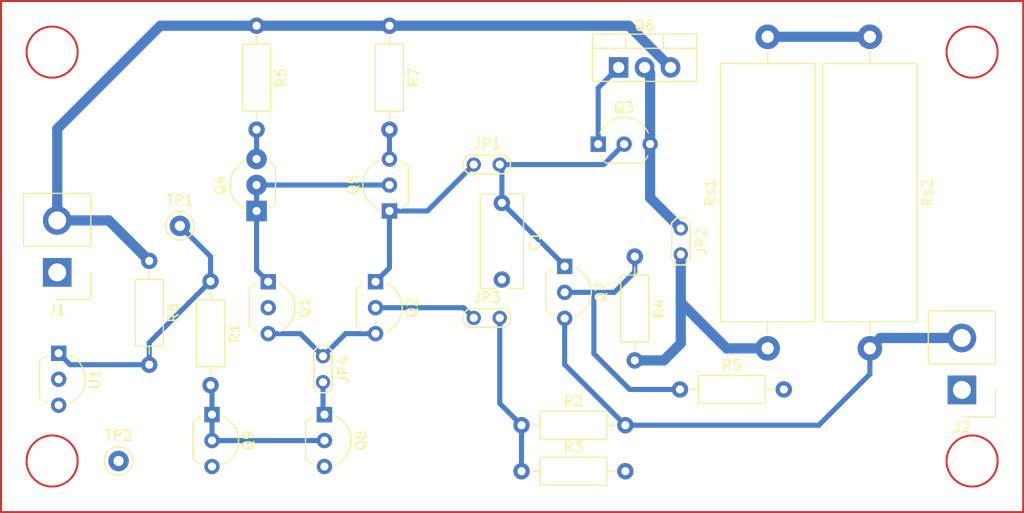
<source format=kicad_pcb>
(kicad_pcb (version 20241229) (generator "pcbnew") (generator_version "9.0")
  (layers (0 "F.Cu" signal) (2 "B.Cu" signal) (13 "F.Paste" user) (15 "B.Paste" user) (5 "F.SilkS" user "F.Silkscreen") (7 "B.SilkS" user "B.Silkscreen") (1 "F.Mask" user) (3 "B.Mask" user) (25 "Edge.Cuts" user))
  (net 0 "")
  (net 1 "Net-(J2-Pin_2)")
  (net 2 "Net-(Q1-B)")
  (net 3 "Net-(Q8-B)")
  (net 4 "GND")
  (net 5 "Net-(Q7-B)")
  (net 6 "Net-(J1-Pin_2)")
  (net 7 "Net-(Q4-E)")
  (net 8 "Net-(Q5-E)")
  (net 9 "Net-(Q1-C)")
  (net 10 "Net-(Q3-C)")
  (net 11 "Net-(JP1-A)")
  (net 12 "Net-(JP1-B)")
  (net 13 "Net-(JP2-B)")
  (net 14 "Net-(JP2-A)")
  (net 15 "Net-(JP3-B)")
  (net 16 "Net-(JP3-A)")
  (net 17 "Net-(JP4-A)")
  (net 18 "Net-(JP4-B)")
  (net 19 "Net-(Rs1-Pad2)")
  (footprint "TestPoint:TestPoint_Keystone_5000-5004_Miniature" (layer "F.Cu") (at 67.5 72)
    (property "Reference" "TP1" (at 0 -2.5 0) (layer "F.SilkS"))
    (property "Value" "TestPoint_Probe")
    (fp_circle (center 0 0) (end 1.4 0) (stroke (width 0.12)) (fill no) (layer "F.SilkS"))
    (pad "1" thru_hole circle (at 0 0) (size 2 2) (drill 1) (layers "*.Cu" "*.Mask") (net 2 "Net-(Q1-B)"))
  )
  (footprint "TestPoint:TestPoint_2Pads_Pitch2.54mm_Drill0.8mm" (layer "F.Cu") (at 96.25 66)
    (property "Reference" "JP1" (at 1.3 -2 0) (layer "F.SilkS"))
    (property "Value" "Jumper_2_Bridged")
    (fp_line (start -1.03 -0.4) (end -0.53 -0.9) (stroke (width 0.15)) (layer "F.SilkS"))
    (fp_line (start -1.03 0.4) (end -1.03 -0.4) (stroke (width 0.15)) (layer "F.SilkS"))
    (fp_line (start -0.53 -0.9) (end 3.07 -0.9) (stroke (width 0.15)) (layer "F.SilkS"))
    (fp_line (start -0.53 0.9) (end -1.03 0.4) (stroke (width 0.15)) (layer "F.SilkS"))
    (fp_line (start 3.07 -0.9) (end 3.57 -0.4) (stroke (width 0.15)) (layer "F.SilkS"))
    (fp_line (start 3.07 0.9) (end -0.53 0.9) (stroke (width 0.15)) (layer "F.SilkS"))
    (fp_line (start 3.57 -0.4) (end 3.57 0.4) (stroke (width 0.15)) (layer "F.SilkS"))
    (fp_line (start 3.57 0.4) (end 3.07 0.9) (stroke (width 0.15)) (layer "F.SilkS"))
    (pad "1" thru_hole circle (at 0 0) (size 1.4 1.4) (drill 0.8) (layers "*.Cu" "*.Mask") (net 11 "Net-(JP1-A)"))
    (pad "2" thru_hole circle (at 2.54 0) (size 1.4 1.4) (drill 0.8) (layers "*.Cu" "*.Mask") (net 12 "Net-(JP1-B)"))
  )
  (footprint "Resistor_THT:R_Axial_DIN0207_L6.3mm_D2.5mm_P10.16mm_Horizontal" (layer "F.Cu") (at 116.42 88)
    (property "Reference" "R5" (at 5.08 -2.37 0) (layer "F.SilkS"))
    (property "Value" "1880")
    (fp_line (start 1.04 0) (end 1.81 0) (stroke (width 0.12)) (layer "F.SilkS"))
    (fp_line (start 9.12 0) (end 8.35 0) (stroke (width 0.12)) (layer "F.SilkS"))
    (fp_rect (start 1.81 -1.37) (end 8.35 1.37) (stroke (width 0.12)) (fill no) (layer "F.SilkS"))
    (pad "1" thru_hole circle (at 0 0) (size 1.6 1.6) (drill 0.8) (layers "*.Cu" "*.Mask") (net 5 "Net-(Q7-B)"))
    (pad "2" thru_hole circle (at 10.16 0) (size 1.6 1.6) (drill 0.8) (layers "*.Cu" "*.Mask") (net 4 "GND"))
  )
  (footprint "Resistor_THT:R_Axial_DIN0207_L6.3mm_D2.5mm_P10.16mm_Horizontal" (layer "F.Cu") (at 100.92 91.5)
    (property "Reference" "R2" (at 5.08 -2.37 0) (layer "F.SilkS"))
    (property "Value" "2K")
    (fp_line (start 1.04 0) (end 1.81 0) (stroke (width 0.12)) (layer "F.SilkS"))
    (fp_line (start 9.12 0) (end 8.35 0) (stroke (width 0.12)) (layer "F.SilkS"))
    (fp_rect (start 1.81 -1.37) (end 8.35 1.37) (stroke (width 0.12)) (fill no) (layer "F.SilkS"))
    (pad "1" thru_hole circle (at 0 0) (size 1.6 1.6) (drill 0.8) (layers "*.Cu" "*.Mask") (net 15 "Net-(JP3-B)"))
    (pad "2" thru_hole circle (at 10.16 0) (size 1.6 1.6) (drill 0.8) (layers "*.Cu" "*.Mask") (net 1 "Net-(J2-Pin_2)"))
  )
  (footprint "Resistor_THT:R_Axial_DIN0207_L6.3mm_D2.5mm_P10.16mm_Horizontal" (layer "F.Cu") (at 64.5 75.42 -90)
    (property "Reference" "R8" (at 5.08 -2.37 90) (layer "F.SilkS"))
    (property "Value" "1k")
    (fp_line (start 1.04 0) (end 1.81 0) (stroke (width 0.12)) (layer "F.SilkS"))
    (fp_line (start 9.12 0) (end 8.35 0) (stroke (width 0.12)) (layer "F.SilkS"))
    (fp_rect (start 1.81 -1.37) (end 8.35 1.37) (stroke (width 0.12)) (fill no) (layer "F.SilkS"))
    (pad "1" thru_hole circle (at 0 0 270) (size 1.6 1.6) (drill 0.8) (layers "*.Cu" "*.Mask") (net 6 "Net-(J1-Pin_2)"))
    (pad "2" thru_hole circle (at 10.16 0 270) (size 1.6 1.6) (drill 0.8) (layers "*.Cu" "*.Mask") (net 2 "Net-(Q1-B)"))
  )
  (footprint "Capacitor_THT:C_Rect_L9.0mm_W4.0mm_P7.50mm_MKT" (layer "F.Cu") (at 99 69.75 -90)
    (property "Reference" "C1" (at 3.75 -3.25 90) (layer "F.SilkS"))
    (property "Value" "C")
    (fp_line (start -0.87 2.12) (end -0.87 0.57) (stroke (width 0.12)) (layer "F.SilkS"))
    (fp_line (start 8.37 2.12) (end -0.87 2.12) (stroke (width 0.12)) (layer "F.SilkS"))
    (fp_line (start 8.37 0.57) (end 8.37 2.12) (stroke (width 0.12)) (layer "F.SilkS"))
    (fp_line (start -0.87 -0.57) (end -0.87 -2.12) (stroke (width 0.12)) (layer "F.SilkS"))
    (fp_line (start -0.87 -2.12) (end 8.37 -2.12) (stroke (width 0.12)) (layer "F.SilkS"))
    (fp_line (start 8.37 -2.12) (end 8.37 -0.57) (stroke (width 0.12)) (layer "F.SilkS"))
    (pad "1" thru_hole circle (at 0 0 270) (size 1.6 1.6) (drill 0.8) (layers "*.Cu" "*.Mask") (net 12 "Net-(JP1-B)"))
    (pad "2" thru_hole circle (at 7.5 0 270) (size 1.6 1.6) (drill 0.8) (layers "*.Cu" "*.Mask") (net 4 "GND"))
  )
  (footprint "Package_TO_SOT_THT:TO-92_Inline_Wide" (layer "F.Cu") (at 81.64 90.46 -90)
    (property "Reference" "Q8" (at 2.54 -3.56 90) (layer "F.SilkS"))
    (property "Value" "BC547")
    (fp_line (start 0.74 1.85) (end 4.34 1.85) (stroke (width 0.12)) (layer "F.SilkS"))
    (fp_arc (start 0.74 1.85) (mid 0.446097 1.509328) (end 0.215816 1.122795) (stroke (width 0.12)) (layer "F.SilkS"))
    (fp_arc (start 4.864184 1.122795) (mid 4.633903 1.509328) (end 4.34 1.85) (stroke (width 0.12)) (layer "F.SilkS"))
    (fp_arc (start 0.1836 -1.098807) (mid 1.143021 -2.192817) (end 2.54 -2.6) (stroke (width 0.12)) (layer "F.SilkS"))
    (fp_arc (start 2.54 -2.6) (mid 3.936979 -2.192818) (end 4.8964 -1.098807) (stroke (width 0.12)) (layer "F.SilkS"))
    (pad "1" thru_hole rect (at 0 0 270) (size 1.5 1.5) (drill 0.8) (layers "*.Cu" "*.Mask") (net 18 "Net-(JP4-B)"))
    (pad "2" thru_hole circle (at 2.54 0 270) (size 1.5 1.5) (drill 0.8) (layers "*.Cu" "*.Mask") (net 3 "Net-(Q8-B)"))
    (pad "3" thru_hole circle (at 5.08 0 270) (size 1.5 1.5) (drill 0.8) (layers "*.Cu" "*.Mask") (net 4 "GND"))
  )
  (footprint "Resistor_THT:R_Axial_DIN0207_L6.3mm_D2.5mm_P10.16mm_Horizontal" (layer "F.Cu") (at 100.92 96)
    (property "Reference" "R3" (at 5.08 -2.37 0) (layer "F.SilkS"))
    (property "Value" "2K")
    (fp_line (start 1.04 0) (end 1.81 0) (stroke (width 0.12)) (layer "F.SilkS"))
    (fp_line (start 9.12 0) (end 8.35 0) (stroke (width 0.12)) (layer "F.SilkS"))
    (fp_rect (start 1.81 -1.37) (end 8.35 1.37) (stroke (width 0.12)) (fill no) (layer "F.SilkS"))
    (pad "1" thru_hole circle (at 0 0) (size 1.6 1.6) (drill 0.8) (layers "*.Cu" "*.Mask") (net 15 "Net-(JP3-B)"))
    (pad "2" thru_hole circle (at 10.16 0) (size 1.6 1.6) (drill 0.8) (layers "*.Cu" "*.Mask") (net 4 "GND"))
  )
  (footprint "TestPoint:TestPoint_Keystone_5000-5004_Miniature" (layer "F.Cu") (at 61.5 95)
    (property "Reference" "TP2" (at 0 -2.5 0) (layer "F.SilkS"))
    (property "Value" "TestPoint_Probe")
    (fp_circle (center 0 0) (end 1.4 0) (stroke (width 0.12)) (fill no) (layer "F.SilkS"))
    (pad "1" thru_hole circle (at 0 0) (size 2 2) (drill 1) (layers "*.Cu" "*.Mask") (net 4 "GND"))
  )
  (footprint "TestPoint:TestPoint_2Pads_Pitch2.54mm_Drill0.8mm" (layer "F.Cu") (at 96.25 81)
    (property "Reference" "JP3" (at 1.3 -2 0) (layer "F.SilkS"))
    (property "Value" "Jumper_2_Bridged")
    (fp_line (start -1.03 -0.4) (end -0.53 -0.9) (stroke (width 0.15)) (layer "F.SilkS"))
    (fp_line (start -1.03 0.4) (end -1.03 -0.4) (stroke (width 0.15)) (layer "F.SilkS"))
    (fp_line (start -0.53 -0.9) (end 3.07 -0.9) (stroke (width 0.15)) (layer "F.SilkS"))
    (fp_line (start -0.53 0.9) (end -1.03 0.4) (stroke (width 0.15)) (layer "F.SilkS"))
    (fp_line (start 3.07 -0.9) (end 3.57 -0.4) (stroke (width 0.15)) (layer "F.SilkS"))
    (fp_line (start 3.07 0.9) (end -0.53 0.9) (stroke (width 0.15)) (layer "F.SilkS"))
    (fp_line (start 3.57 -0.4) (end 3.57 0.4) (stroke (width 0.15)) (layer "F.SilkS"))
    (fp_line (start 3.57 0.4) (end 3.07 0.9) (stroke (width 0.15)) (layer "F.SilkS"))
    (pad "1" thru_hole circle (at 0 0) (size 1.4 1.4) (drill 0.8) (layers "*.Cu" "*.Mask") (net 16 "Net-(JP3-A)"))
    (pad "2" thru_hole circle (at 2.54 0) (size 1.4 1.4) (drill 0.8) (layers "*.Cu" "*.Mask") (net 15 "Net-(JP3-B)"))
  )
  (footprint "Package_TO_SOT_THT:TO-92_Inline_Wide" (layer "F.Cu") (at 76.14 77.46 -90)
    (property "Reference" "Q1" (at 2.54 -3.56 90) (layer "F.SilkS"))
    (property "Value" "BC547")
    (fp_line (start 0.74 1.85) (end 4.34 1.85) (stroke (width 0.12)) (layer "F.SilkS"))
    (fp_arc (start 0.74 1.85) (mid 0.446097 1.509328) (end 0.215816 1.122795) (stroke (width 0.12)) (layer "F.SilkS"))
    (fp_arc (start 4.864184 1.122795) (mid 4.633903 1.509328) (end 4.34 1.85) (stroke (width 0.12)) (layer "F.SilkS"))
    (fp_arc (start 0.1836 -1.098807) (mid 1.143021 -2.192817) (end 2.54 -2.6) (stroke (width 0.12)) (layer "F.SilkS"))
    (fp_arc (start 2.54 -2.6) (mid 3.936979 -2.192818) (end 4.8964 -1.098807) (stroke (width 0.12)) (layer "F.SilkS"))
    (pad "1" thru_hole rect (at 0 0 270) (size 1.5 1.5) (drill 0.8) (layers "*.Cu" "*.Mask") (net 9 "Net-(Q1-C)"))
    (pad "2" thru_hole circle (at 2.54 0 270) (size 1.5 1.5) (drill 0.8) (layers "*.Cu" "*.Mask") (net 2 "Net-(Q1-B)"))
    (pad "3" thru_hole circle (at 5.08 0 270) (size 1.5 1.5) (drill 0.8) (layers "*.Cu" "*.Mask") (net 17 "Net-(JP4-A)"))
  )
  (footprint "Resistor_THT:R_Axial_DIN0207_L6.3mm_D2.5mm_P10.16mm_Horizontal" (layer "F.Cu") (at 112 75 -90)
    (property "Reference" "R4" (at 5.08 -2.37 90) (layer "F.SilkS"))
    (property "Value" "1k")
    (fp_line (start 1.04 0) (end 1.81 0) (stroke (width 0.12)) (layer "F.SilkS"))
    (fp_line (start 9.12 0) (end 8.35 0) (stroke (width 0.12)) (layer "F.SilkS"))
    (fp_rect (start 1.81 -1.37) (end 8.35 1.37) (stroke (width 0.12)) (fill no) (layer "F.SilkS"))
    (pad "1" thru_hole circle (at 0 0 270) (size 1.6 1.6) (drill 0.8) (layers "*.Cu" "*.Mask") (net 5 "Net-(Q7-B)"))
    (pad "2" thru_hole circle (at 10.16 0 270) (size 1.6 1.6) (drill 0.8) (layers "*.Cu" "*.Mask") (net 13 "Net-(JP2-B)"))
  )
  (footprint "Resistor_THT:R_Axial_DIN0207_L6.3mm_D2.5mm_P10.16mm_Horizontal" (layer "F.Cu") (at 88 52.42 -90)
    (property "Reference" "R7" (at 5.08 -2.37 90) (layer "F.SilkS"))
    (property "Value" "100")
    (fp_line (start 1.04 0) (end 1.81 0) (stroke (width 0.12)) (layer "F.SilkS"))
    (fp_line (start 9.12 0) (end 8.35 0) (stroke (width 0.12)) (layer "F.SilkS"))
    (fp_rect (start 1.81 -1.37) (end 8.35 1.37) (stroke (width 0.12)) (fill no) (layer "F.SilkS"))
    (pad "1" thru_hole circle (at 0 0 270) (size 1.6 1.6) (drill 0.8) (layers "*.Cu" "*.Mask") (net 6 "Net-(J1-Pin_2)"))
    (pad "2" thru_hole circle (at 10.16 0 270) (size 1.6 1.6) (drill 0.8) (layers "*.Cu" "*.Mask") (net 8 "Net-(Q5-E)"))
  )
  (footprint "TestPoint:TestPoint_2Pads_Pitch2.54mm_Drill0.8mm" (layer "F.Cu") (at 116.5 72.25 -90)
    (property "Reference" "JP2" (at 1.3 -2 90) (layer "F.SilkS"))
    (property "Value" "Jumper_2_Bridged")
    (fp_line (start -0.53 0.9) (end -1.03 0.4) (stroke (width 0.15)) (layer "F.SilkS"))
    (fp_line (start 3.07 0.9) (end -0.53 0.9) (stroke (width 0.15)) (layer "F.SilkS"))
    (fp_line (start -1.03 0.4) (end -1.03 -0.4) (stroke (width 0.15)) (layer "F.SilkS"))
    (fp_line (start 3.57 0.4) (end 3.07 0.9) (stroke (width 0.15)) (layer "F.SilkS"))
    (fp_line (start -1.03 -0.4) (end -0.53 -0.9) (stroke (width 0.15)) (layer "F.SilkS"))
    (fp_line (start 3.57 -0.4) (end 3.57 0.4) (stroke (width 0.15)) (layer "F.SilkS"))
    (fp_line (start -0.53 -0.9) (end 3.07 -0.9) (stroke (width 0.15)) (layer "F.SilkS"))
    (fp_line (start 3.07 -0.9) (end 3.57 -0.4) (stroke (width 0.15)) (layer "F.SilkS"))
    (pad "1" thru_hole circle (at 0 0 270) (size 1.4 1.4) (drill 0.8) (layers "*.Cu" "*.Mask") (net 14 "Net-(JP2-A)"))
    (pad "2" thru_hole circle (at 2.54 0 270) (size 1.4 1.4) (drill 0.8) (layers "*.Cu" "*.Mask") (net 13 "Net-(JP2-B)"))
  )
  (footprint "Connector_Samtec_HPM_THT:Samtec_HPM-02-01-x-S_Straight_1x02_Pitch5.08mm" (layer "F.Cu") (at 55.5 76.545 180)
    (property "Reference" "J1" (at 0 -3.65 0) (layer "F.SilkS"))
    (property "Value" "Conn_01x02")
    (fp_line (start 3.285 2.54) (end 3.285 7.73) (stroke (width 0.12)) (layer "F.SilkS"))
    (fp_line (start -3.285 7.73) (end 3.285 7.73) (stroke (width 0.12)) (layer "F.SilkS"))
    (fp_line (start -3.285 2.54) (end 3.285 2.54) (stroke (width 0.12)) (layer "F.SilkS"))
    (fp_line (start -3.285 2.54) (end -3.285 7.73) (stroke (width 0.12)) (layer "F.SilkS"))
    (fp_line (start -3.285 0) (end -3.285 -2.65) (stroke (width 0.12)) (layer "F.SilkS"))
    (fp_line (start -3.285 -2.65) (end 0 -2.65) (stroke (width 0.12)) (layer "F.SilkS"))
    (pad "1" thru_hole rect (at 0 0 180) (size 2.8 2.8) (drill 1.75) (layers "*.Cu" "*.Mask") (net 4 "GND"))
    (pad "2" thru_hole circle (at 0 5.08 180) (size 2.8 2.8) (drill 1.75) (layers "*.Cu" "*.Mask") (net 6 "Net-(J1-Pin_2)"))
  )
  (footprint "Package_TO_SOT_THT:TO-92_Inline_Wide" (layer "F.Cu") (at 88 70.54 90)
    (property "Reference" "Q5" (at 2.54 -3.56 90) (layer "F.SilkS"))
    (property "Value" "BC557")
    (fp_line (start 0.74 1.85) (end 4.34 1.85) (stroke (width 0.12)) (layer "F.SilkS"))
    (fp_arc (start 2.54 -2.6) (mid 3.936979 -2.192818) (end 4.8964 -1.098807) (stroke (width 0.12)) (layer "F.SilkS"))
    (fp_arc (start 0.1836 -1.098807) (mid 1.143021 -2.192817) (end 2.54 -2.6) (stroke (width 0.12)) (layer "F.SilkS"))
    (fp_arc (start 4.864184 1.122795) (mid 4.633903 1.509328) (end 4.34 1.85) (stroke (width 0.12)) (layer "F.SilkS"))
    (fp_arc (start 0.74 1.85) (mid 0.446097 1.509328) (end 0.215816 1.122795) (stroke (width 0.12)) (layer "F.SilkS"))
    (pad "1" thru_hole rect (at 0 0 90) (size 1.5 1.5) (drill 0.8) (layers "*.Cu" "*.Mask") (net 11 "Net-(JP1-A)"))
    (pad "2" thru_hole circle (at 2.54 0 90) (size 1.5 1.5) (drill 0.8) (layers "*.Cu" "*.Mask") (net 9 "Net-(Q1-C)"))
    (pad "3" thru_hole circle (at 5.08 0 90) (size 1.5 1.5) (drill 0.8) (layers "*.Cu" "*.Mask") (net 8 "Net-(Q5-E)"))
  )
  (footprint "Package_TO_SOT_THT:TO-220-3_Vertical" (layer "F.Cu") (at 110.42 56.5)
    (property "Reference" "Q6" (at 2.54 -4.1 0) (layer "F.SilkS"))
    (property "Value" "MJE2955T")
    (fp_line (start -2.57 -3.26) (end 7.65 -3.26) (stroke (width 0.12)) (layer "F.SilkS"))
    (fp_line (start -2.57 -1.88) (end 7.65 -1.88) (stroke (width 0.12)) (layer "F.SilkS"))
    (fp_line (start -2.57 1.36) (end -2.57 -3.26) (stroke (width 0.12)) (layer "F.SilkS"))
    (fp_line (start 0.69 -3.26) (end 0.69 -1.88) (stroke (width 0.12)) (layer "F.SilkS"))
    (fp_line (start 4.39 -3.26) (end 4.39 -1.88) (stroke (width 0.12)) (layer "F.SilkS"))
    (fp_line (start 7.65 -3.26) (end 7.65 1.36) (stroke (width 0.12)) (layer "F.SilkS"))
    (fp_line (start 7.65 1.36) (end -2.57 1.36) (stroke (width 0.12)) (layer "F.SilkS"))
    (pad "1" thru_hole rect (at 0 0) (size 1.905 2) (drill 1.1) (layers "*.Cu" "*.Mask") (net 10 "Net-(Q3-C)"))
    (pad "2" thru_hole oval (at 2.54 0) (size 1.905 2) (drill 1.1) (layers "*.Cu" "*.Mask") (net 14 "Net-(JP2-A)"))
    (pad "3" thru_hole oval (at 5.08 0) (size 1.905 2) (drill 1.1) (layers "*.Cu" "*.Mask") (net 6 "Net-(J1-Pin_2)"))
  )
  (footprint "Package_TO_SOT_THT:TO-92_Inline_Wide" (layer "F.Cu") (at 75 70.54 90)
    (property "Reference" "Q4" (at 2.54 -3.56 90) (layer "F.SilkS"))
    (property "Value" "BC557")
    (fp_line (start 0.74 1.85) (end 4.34 1.85) (stroke (width 0.12)) (layer "F.SilkS"))
    (fp_arc (start 2.54 -2.6) (mid 3.936979 -2.192818) (end 4.8964 -1.098807) (stroke (width 0.12)) (layer "F.SilkS"))
    (fp_arc (start 0.1836 -1.098807) (mid 1.143021 -2.192817) (end 2.54 -2.6) (stroke (width 0.12)) (layer "F.SilkS"))
    (fp_arc (start 4.864184 1.122795) (mid 4.633903 1.509328) (end 4.34 1.85) (stroke (width 0.12)) (layer "F.SilkS"))
    (fp_arc (start 0.74 1.85) (mid 0.446097 1.509328) (end 0.215816 1.122795) (stroke (width 0.12)) (layer "F.SilkS"))
    (pad "1" thru_hole rect (at 0 0 90) (size 2 2) (drill 0.8) (layers "*.Cu" "*.Mask") (net 9 "Net-(Q1-C)"))
    (pad "2" thru_hole circle (at 2.54 0 90) (size 2 2) (drill 0.8) (layers "*.Cu" "*.Mask") (net 9 "Net-(Q1-C)"))
    (pad "3" thru_hole circle (at 5.08 0 90) (size 2 2) (drill 0.8) (layers "*.Cu" "*.Mask") (net 7 "Net-(Q4-E)"))
  )
  (footprint "Package_TO_SOT_THT:TO-92_Inline_Wide" (layer "F.Cu") (at 55.64 84.46 -90)
    (property "Reference" "U1" (at 2.54 -3.56 90) (layer "F.SilkS"))
    (property "Value" "TL431D")
    (fp_line (start 0.74 1.85) (end 4.34 1.85) (stroke (width 0.12)) (layer "F.SilkS"))
    (fp_arc (start 0.74 1.85) (mid 0.446097 1.509328) (end 0.215816 1.122795) (stroke (width 0.12)) (layer "F.SilkS"))
    (fp_arc (start 4.864184 1.122795) (mid 4.633903 1.509328) (end 4.34 1.85) (stroke (width 0.12)) (layer "F.SilkS"))
    (fp_arc (start 0.1836 -1.098807) (mid 1.143021 -2.192817) (end 2.54 -2.6) (stroke (width 0.12)) (layer "F.SilkS"))
    (fp_arc (start 2.54 -2.6) (mid 3.936979 -2.192818) (end 4.8964 -1.098807) (stroke (width 0.12)) (layer "F.SilkS"))
    (pad "1" thru_hole rect (at 0 0 270) (size 1.5 1.5) (drill 0.8) (layers "*.Cu" "*.Mask") (net 2 "Net-(Q1-B)"))
    (pad "2" thru_hole circle (at 2.54 0 270) (size 1.5 1.5) (drill 0.8) (layers "*.Cu" "*.Mask") (net 4 "GND"))
    (pad "3" thru_hole circle (at 5.08 0 270) (size 1.5 1.5) (drill 0.8) (layers "*.Cu" "*.Mask") (net 4 "GND"))
  )
  (footprint "Resistor_THT:R_Axial_Power_L25.0mm_W9.0mm_P30.48mm" (layer "F.Cu") (at 125 83.98 90)
    (property "Reference" "Rs1" (at 15.24 -5.62 90) (layer "F.SilkS"))
    (property "Value" "1.2")
    (fp_line (start 29.04 0) (end 27.86 0) (stroke (width 0.12)) (layer "F.SilkS"))
    (fp_line (start 1.44 0) (end 2.62 0) (stroke (width 0.12)) (layer "F.SilkS"))
    (fp_rect (start 2.62 -4.62) (end 27.86 4.62) (stroke (width 0.12)) (fill no) (layer "F.SilkS"))
    (pad "1" thru_hole circle (at 0 0 90) (size 2.4 2.4) (drill 1.2) (layers "*.Cu" "*.Mask") (net 13 "Net-(JP2-B)"))
    (pad "2" thru_hole circle (at 30.48 0 90) (size 2.4 2.4) (drill 1.2) (layers "*.Cu" "*.Mask") (net 19 "Net-(Rs1-Pad2)"))
  )
  (footprint "Resistor_THT:R_Axial_Power_L25.0mm_W9.0mm_P30.48mm" (layer "F.Cu") (at 135 53.5 -90)
    (property "Reference" "Rs2" (at 15.24 -5.62 90) (layer "F.SilkS"))
    (property "Value" "1.2")
    (fp_line (start 1.44 0) (end 2.62 0) (stroke (width 0.12)) (layer "F.SilkS"))
    (fp_line (start 29.04 0) (end 27.86 0) (stroke (width 0.12)) (layer "F.SilkS"))
    (fp_rect (start 2.62 -4.62) (end 27.86 4.62) (stroke (width 0.12)) (fill no) (layer "F.SilkS"))
    (pad "1" thru_hole circle (at 0 0 270) (size 2.4 2.4) (drill 1.2) (layers "*.Cu" "*.Mask") (net 19 "Net-(Rs1-Pad2)"))
    (pad "2" thru_hole circle (at 30.48 0 270) (size 2.4 2.4) (drill 1.2) (layers "*.Cu" "*.Mask") (net 1 "Net-(J2-Pin_2)"))
  )
  (footprint "Package_TO_SOT_THT:TO-92_Inline_Wide" (layer "F.Cu") (at 86.64 77.46 -90)
    (property "Reference" "Q2" (at 2.54 -3.56 90) (layer "F.SilkS"))
    (property "Value" "BC547")
    (fp_line (start 0.74 1.85) (end 4.34 1.85) (stroke (width 0.12)) (layer "F.SilkS"))
    (fp_arc (start 0.74 1.85) (mid 0.446097 1.509328) (end 0.215816 1.122795) (stroke (width 0.12)) (layer "F.SilkS"))
    (fp_arc (start 4.864184 1.122795) (mid 4.633903 1.509328) (end 4.34 1.85) (stroke (width 0.12)) (layer "F.SilkS"))
    (fp_arc (start 0.1836 -1.098807) (mid 1.143021 -2.192817) (end 2.54 -2.6) (stroke (width 0.12)) (layer "F.SilkS"))
    (fp_arc (start 2.54 -2.6) (mid 3.936979 -2.192818) (end 4.8964 -1.098807) (stroke (width 0.12)) (layer "F.SilkS"))
    (pad "1" thru_hole rect (at 0 0 270) (size 1.5 1.5) (drill 0.8) (layers "*.Cu" "*.Mask") (net 11 "Net-(JP1-A)"))
    (pad "2" thru_hole circle (at 2.54 0 270) (size 1.5 1.5) (drill 0.8) (layers "*.Cu" "*.Mask") (net 16 "Net-(JP3-A)"))
    (pad "3" thru_hole circle (at 5.08 0 270) (size 1.5 1.5) (drill 0.8) (layers "*.Cu" "*.Mask") (net 17 "Net-(JP4-A)"))
  )
  (footprint "Package_TO_SOT_THT:TO-92_Inline_Wide" (layer "F.Cu") (at 105.14 75.96 -90)
    (property "Reference" "Q7" (at 2.54 -3.56 90) (layer "F.SilkS"))
    (property "Value" "BC547")
    (fp_line (start 0.74 1.85) (end 4.34 1.85) (stroke (width 0.12)) (layer "F.SilkS"))
    (fp_arc (start 0.74 1.85) (mid 0.446097 1.509328) (end 0.215816 1.122795) (stroke (width 0.12)) (layer "F.SilkS"))
    (fp_arc (start 4.864184 1.122795) (mid 4.633903 1.509328) (end 4.34 1.85) (stroke (width 0.12)) (layer "F.SilkS"))
    (fp_arc (start 0.1836 -1.098807) (mid 1.143021 -2.192817) (end 2.54 -2.6) (stroke (width 0.12)) (layer "F.SilkS"))
    (fp_arc (start 2.54 -2.6) (mid 3.936979 -2.192818) (end 4.8964 -1.098807) (stroke (width 0.12)) (layer "F.SilkS"))
    (pad "1" thru_hole rect (at 0 0 270) (size 1.5 1.5) (drill 0.8) (layers "*.Cu" "*.Mask") (net 12 "Net-(JP1-B)"))
    (pad "2" thru_hole circle (at 2.54 0 270) (size 1.5 1.5) (drill 0.8) (layers "*.Cu" "*.Mask") (net 5 "Net-(Q7-B)"))
    (pad "3" thru_hole circle (at 5.08 0 270) (size 1.5 1.5) (drill 0.8) (layers "*.Cu" "*.Mask") (net 1 "Net-(J2-Pin_2)"))
  )
  (footprint "TestPoint:TestPoint_2Pads_Pitch2.54mm_Drill0.8mm" (layer "F.Cu") (at 81.5 84.75 -90)
    (property "Reference" "JP4" (at 1.3 -2 90) (layer "F.SilkS"))
    (property "Value" "Jumper_2_Bridged")
    (fp_line (start -0.53 0.9) (end -1.03 0.4) (stroke (width 0.15)) (layer "F.SilkS"))
    (fp_line (start 3.07 0.9) (end -0.53 0.9) (stroke (width 0.15)) (layer "F.SilkS"))
    (fp_line (start -1.03 0.4) (end -1.03 -0.4) (stroke (width 0.15)) (layer "F.SilkS"))
    (fp_line (start 3.57 0.4) (end 3.07 0.9) (stroke (width 0.15)) (layer "F.SilkS"))
    (fp_line (start -1.03 -0.4) (end -0.53 -0.9) (stroke (width 0.15)) (layer "F.SilkS"))
    (fp_line (start 3.57 -0.4) (end 3.57 0.4) (stroke (width 0.15)) (layer "F.SilkS"))
    (fp_line (start -0.53 -0.9) (end 3.07 -0.9) (stroke (width 0.15)) (layer "F.SilkS"))
    (fp_line (start 3.07 -0.9) (end 3.57 -0.4) (stroke (width 0.15)) (layer "F.SilkS"))
    (pad "1" thru_hole circle (at 0 0 270) (size 1.4 1.4) (drill 0.8) (layers "*.Cu" "*.Mask") (net 17 "Net-(JP4-A)"))
    (pad "2" thru_hole circle (at 2.54 0 270) (size 1.4 1.4) (drill 0.8) (layers "*.Cu" "*.Mask") (net 18 "Net-(JP4-B)"))
  )
  (footprint "Package_TO_SOT_THT:TO-92_Inline_Wide" (layer "F.Cu") (at 70.64 90.46 -90)
    (property "Reference" "Q9" (at 2.54 -3.56 90) (layer "F.SilkS"))
    (property "Value" "BC547")
    (fp_line (start 0.74 1.85) (end 4.34 1.85) (stroke (width 0.12)) (layer "F.SilkS"))
    (fp_arc (start 0.74 1.85) (mid 0.446097 1.509328) (end 0.215816 1.122795) (stroke (width 0.12)) (layer "F.SilkS"))
    (fp_arc (start 4.864184 1.122795) (mid 4.633903 1.509328) (end 4.34 1.85) (stroke (width 0.12)) (layer "F.SilkS"))
    (fp_arc (start 0.1836 -1.098807) (mid 1.143021 -2.192817) (end 2.54 -2.6) (stroke (width 0.12)) (layer "F.SilkS"))
    (fp_arc (start 2.54 -2.6) (mid 3.936979 -2.192818) (end 4.8964 -1.098807) (stroke (width 0.12)) (layer "F.SilkS"))
    (pad "1" thru_hole rect (at 0 0 270) (size 1.5 1.5) (drill 0.8) (layers "*.Cu" "*.Mask") (net 3 "Net-(Q8-B)"))
    (pad "2" thru_hole circle (at 2.54 0 270) (size 1.5 1.5) (drill 0.8) (layers "*.Cu" "*.Mask") (net 3 "Net-(Q8-B)"))
    (pad "3" thru_hole circle (at 5.08 0 270) (size 1.5 1.5) (drill 0.8) (layers "*.Cu" "*.Mask") (net 4 "GND"))
  )
  (footprint "Resistor_THT:R_Axial_DIN0207_L6.3mm_D2.5mm_P10.16mm_Horizontal" (layer "F.Cu") (at 70.5 77.42 -90)
    (property "Reference" "R1" (at 5.08 -2.37 90) (layer "F.SilkS"))
    (property "Value" "1.8k")
    (fp_line (start 1.04 0) (end 1.81 0) (stroke (width 0.12)) (layer "F.SilkS"))
    (fp_line (start 9.12 0) (end 8.35 0) (stroke (width 0.12)) (layer "F.SilkS"))
    (fp_rect (start 1.81 -1.37) (end 8.35 1.37) (stroke (width 0.12)) (fill no) (layer "F.SilkS"))
    (pad "1" thru_hole circle (at 0 0 270) (size 1.6 1.6) (drill 0.8) (layers "*.Cu" "*.Mask") (net 2 "Net-(Q1-B)"))
    (pad "2" thru_hole circle (at 10.16 0 270) (size 1.6 1.6) (drill 0.8) (layers "*.Cu" "*.Mask") (net 3 "Net-(Q8-B)"))
  )
  (footprint "Resistor_THT:R_Axial_DIN0207_L6.3mm_D2.5mm_P10.16mm_Horizontal" (layer "F.Cu") (at 75 52.42 -90)
    (property "Reference" "R6" (at 5.08 -2.37 90) (layer "F.SilkS"))
    (property "Value" "100")
    (fp_line (start 1.04 0) (end 1.81 0) (stroke (width 0.12)) (layer "F.SilkS"))
    (fp_line (start 9.12 0) (end 8.35 0) (stroke (width 0.12)) (layer "F.SilkS"))
    (fp_rect (start 1.81 -1.37) (end 8.35 1.37) (stroke (width 0.12)) (fill no) (layer "F.SilkS"))
    (pad "1" thru_hole circle (at 0 0 270) (size 1.6 1.6) (drill 0.8) (layers "*.Cu" "*.Mask") (net 6 "Net-(J1-Pin_2)"))
    (pad "2" thru_hole circle (at 10.16 0 270) (size 1.6 1.6) (drill 0.8) (layers "*.Cu" "*.Mask") (net 7 "Net-(Q4-E)"))
  )
  (footprint "Package_TO_SOT_THT:TO-92_Inline_Wide" (layer "F.Cu") (at 108.42 64)
    (property "Reference" "Q3" (at 2.54 -3.56 0) (layer "F.SilkS"))
    (property "Value" "BC547")
    (fp_line (start 0.74 1.85) (end 4.34 1.85) (stroke (width 0.12)) (layer "F.SilkS"))
    (fp_arc (start 0.1836 -1.098807) (mid 1.143021 -2.192817) (end 2.54 -2.6) (stroke (width 0.12)) (layer "F.SilkS"))
    (fp_arc (start 0.74 1.85) (mid 0.446097 1.509328) (end 0.215816 1.122795) (stroke (width 0.12)) (layer "F.SilkS"))
    (fp_arc (start 2.54 -2.6) (mid 3.936979 -2.192818) (end 4.8964 -1.098807) (stroke (width 0.12)) (layer "F.SilkS"))
    (fp_arc (start 4.864184 1.122795) (mid 4.633903 1.509328) (end 4.34 1.85) (stroke (width 0.12)) (layer "F.SilkS"))
    (pad "1" thru_hole rect (at 0 0) (size 1.5 1.5) (drill 0.8) (layers "*.Cu" "*.Mask") (net 10 "Net-(Q3-C)"))
    (pad "2" thru_hole circle (at 2.54 0) (size 1.5 1.5) (drill 0.8) (layers "*.Cu" "*.Mask") (net 12 "Net-(JP1-B)"))
    (pad "3" thru_hole circle (at 5.08 0) (size 1.5 1.5) (drill 0.8) (layers "*.Cu" "*.Mask") (net 14 "Net-(JP2-A)"))
  )
  (footprint "Connector_Samtec_HPM_THT:Samtec_HPM-02-01-x-S_Straight_1x02_Pitch5.08mm" (layer "F.Cu") (at 144 88.045 180)
    (property "Reference" "J2" (at 0 -3.65 0) (layer "F.SilkS"))
    (property "Value" "Conn_01x02")
    (fp_line (start 3.285 2.54) (end 3.285 7.73) (stroke (width 0.12)) (layer "F.SilkS"))
    (fp_line (start -3.285 7.73) (end 3.285 7.73) (stroke (width 0.12)) (layer "F.SilkS"))
    (fp_line (start -3.285 2.54) (end 3.285 2.54) (stroke (width 0.12)) (layer "F.SilkS"))
    (fp_line (start -3.285 2.54) (end -3.285 7.73) (stroke (width 0.12)) (layer "F.SilkS"))
    (fp_line (start -3.285 0) (end -3.285 -2.65) (stroke (width 0.12)) (layer "F.SilkS"))
    (fp_line (start -3.285 -2.65) (end 0 -2.65) (stroke (width 0.12)) (layer "F.SilkS"))
    (pad "1" thru_hole rect (at 0 0 180) (size 2.8 2.8) (drill 1.75) (layers "*.Cu" "*.Mask") (net 4 "GND"))
    (pad "2" thru_hole circle (at 0 5.08 180) (size 2.8 2.8) (drill 1.75) (layers "*.Cu" "*.Mask") (net 1 "Net-(J2-Pin_2)"))
  )
  (gr_rect (start 50 50) (end 150 100) (stroke (width 0.2)) (fill no) (layer "F.Cu") (net 19))
  (gr_circle (center 145 55) (end 145 52.5) (stroke (width 0.2)) (fill no) (layer "F.Cu"))
  (gr_circle (center 145 95) (end 145 92.5) (stroke (width 0.2)) (fill no) (layer "F.Cu"))
  (gr_circle (center 55 95) (end 55 92.5) (stroke (width 0.2)) (fill no) (layer "F.Cu") (net 4))
  (gr_circle (center 55 55) (end 55 52.5) (stroke (width 0.2)) (fill no) (layer "F.Cu"))
  (segment (start 130 91.5) (end 135 86.5) (width 0.5) (layer "B.Cu") (net 1))
  (segment (start 111.08 91.5) (end 130 91.5) (width 0.5) (layer "B.Cu") (net 1))
  (segment (start 105.14 85.56) (end 105.14 81.04) (width 0.5) (layer "B.Cu") (net 1))
  (segment (start 136.015 82.965) (end 135 83.98) (width 1) (layer "B.Cu") (net 1))
  (segment (start 144 82.965) (end 136.015 82.965) (width 1) (layer "B.Cu") (net 1))
  (segment (start 111.08 91.5) (end 105.14 85.56) (width 0.5) (layer "B.Cu") (net 1))
  (segment (start 135 86.5) (end 135 83.98) (width 0.5) (layer "B.Cu") (net 1))
  (segment (start 64.5 85.58) (end 64.5 83.42) (width 0.5) (layer "B.Cu") (net 2))
  (segment (start 64.5 83.42) (end 70.5 77.42) (width 0.5) (layer "B.Cu") (net 2))
  (segment (start 70.5 77.42) (end 70.5 75) (width 0.5) (layer "B.Cu") (net 2))
  (segment (start 70.5 75) (end 67.5 72) (width 0.5) (layer "B.Cu") (net 2))
  (segment (start 56.76 85.58) (end 55.64 84.46) (width 0.5) (layer "B.Cu") (net 2))
  (segment (start 64.5 85.58) (end 56.76 85.58) (width 0.5) (layer "B.Cu") (net 2))
  (segment (start 70.64 87.72) (end 70.5 87.58) (width 0.5) (layer "B.Cu") (net 3))
  (segment (start 70.64 90.46) (end 70.64 93) (width 0.5) (layer "B.Cu") (net 3))
  (segment (start 70.64 90.46) (end 70.64 87.72) (width 0.5) (layer "B.Cu") (net 3))
  (segment (start 70.64 93) (end 81.64 93) (width 0.5) (layer "B.Cu") (net 3))
  (segment (start 112 75) (end 112 76.5) (width 0.5) (layer "B.Cu") (net 5))
  (segment (start 108 84.5) (end 111.5 88) (width 0.5) (layer "B.Cu") (net 5))
  (segment (start 112 76.5) (end 110 78.5) (width 0.5) (layer "B.Cu") (net 5))
  (segment (start 108 78.5) (end 108 84.5) (width 0.5) (layer "B.Cu") (net 5))
  (segment (start 110 78.5) (end 108 78.5) (width 0.5) (layer "B.Cu") (net 5))
  (segment (start 111.5 88) (end 116.42 88) (width 0.5) (layer "B.Cu") (net 5))
  (segment (start 108 78.5) (end 105.14 78.5) (width 0.5) (layer "B.Cu") (net 5))
  (segment (start 55.5 71.465) (end 60.545 71.465) (width 1) (layer "B.Cu") (net 6))
  (segment (start 111.42 52.42) (end 115.5 56.5) (width 1) (layer "B.Cu") (net 6))
  (segment (start 55.5 62.5) (end 65.58 52.42) (width 1) (layer "B.Cu") (net 6))
  (segment (start 55.5 71.465) (end 55.5 62.5) (width 1) (layer "B.Cu") (net 6))
  (segment (start 88 52.42) (end 111.42 52.42) (width 1) (layer "B.Cu") (net 6))
  (segment (start 65.58 52.42) (end 75 52.42) (width 1) (layer "B.Cu") (net 6))
  (segment (start 60.545 71.465) (end 64.5 75.42) (width 1) (layer "B.Cu") (net 6))
  (segment (start 75 52.42) (end 88 52.42) (width 1) (layer "B.Cu") (net 6))
  (segment (start 75 62.58) (end 75 65.46) (width 0.5) (layer "B.Cu") (net 7))
  (segment (start 88 62.58) (end 88 65.46) (width 0.5) (layer "B.Cu") (net 8))
  (segment (start 75 70.54) (end 75 76.32) (width 0.5) (layer "B.Cu") (net 9))
  (segment (start 75 68) (end 88 68) (width 0.5) (layer "B.Cu") (net 9))
  (segment (start 75 70.54) (end 75 68) (width 0.5) (layer "B.Cu") (net 9))
  (segment (start 75 76.32) (end 76.14 77.46) (width 0.5) (layer "B.Cu") (net 9))
  (segment (start 108.42 64) (end 108.42 58.5) (width 0.5) (layer "B.Cu") (net 10))
  (segment (start 108.42 58.5) (end 110.42 56.5) (width 0.5) (layer "B.Cu") (net 10))
  (segment (start 88 76.1) (end 86.64 77.46) (width 0.5) (layer "B.Cu") (net 11))
  (segment (start 91.71 70.54) (end 96.25 66) (width 0.5) (layer "B.Cu") (net 11))
  (segment (start 88 70.54) (end 91.71 70.54) (width 0.5) (layer "B.Cu") (net 11))
  (segment (start 88 70.54) (end 88 76.1) (width 0.5) (layer "B.Cu") (net 11))
  (segment (start 105.14 75.96) (end 105.14 75.89) (width 0.5) (layer "B.Cu") (net 12))
  (segment (start 99 66.21) (end 98.79 66) (width 0.5) (layer "B.Cu") (net 12))
  (segment (start 108.96 66) (end 110.96 64) (width 0.5) (layer "B.Cu") (net 12))
  (segment (start 105.14 75.89) (end 99 69.75) (width 0.5) (layer "B.Cu") (net 12))
  (segment (start 99 69.75) (end 99 66.21) (width 0.5) (layer "B.Cu") (net 12))
  (segment (start 98.79 66) (end 108.96 66) (width 0.5) (layer "B.Cu") (net 12))
  (segment (start 116.5 79.5) (end 116.5 83.5) (width 1) (layer "B.Cu") (net 13))
  (segment (start 116.5 79.5) (end 121 84) (width 1) (layer "B.Cu") (net 13))
  (segment (start 116.5 83.5) (end 114.84 85.16) (width 1) (layer "B.Cu") (net 13))
  (segment (start 121.02 83.98) (end 125 83.98) (width 1) (layer "B.Cu") (net 13))
  (segment (start 114.84 85.16) (end 112 85.16) (width 1) (layer "B.Cu") (net 13))
  (segment (start 116.5 74.79) (end 116.5 79.5) (width 1) (layer "B.Cu") (net 13))
  (segment (start 121 84) (end 121.02 83.98) (width 1) (layer "B.Cu") (net 13))
  (segment (start 113.5 64) (end 113.5 57.04) (width 1) (layer "B.Cu") (net 14))
  (segment (start 113.5 69.25) (end 116.5 72.25) (width 1) (layer "B.Cu") (net 14))
  (segment (start 113.5 57.04) (end 112.96 56.5) (width 1) (layer "B.Cu") (net 14))
  (segment (start 113.5 64) (end 113.5 69.25) (width 1) (layer "B.Cu") (net 14))
  (segment (start 98.79 81) (end 98.79 89.37) (width 0.5) (layer "B.Cu") (net 15))
  (segment (start 100.92 91.5) (end 100.92 96) (width 0.5) (layer "B.Cu") (net 15))
  (segment (start 98.79 89.37) (end 100.92 91.5) (width 0.5) (layer "B.Cu") (net 15))
  (segment (start 95.25 80) (end 96.25 81) (width 0.5) (layer "B.Cu") (net 16))
  (segment (start 86.64 80) (end 95.25 80) (width 0.5) (layer "B.Cu") (net 16))
  (segment (start 86.64 82.54) (end 83.71 82.54) (width 0.5) (layer "B.Cu") (net 17))
  (segment (start 83.71 82.54) (end 81.5 84.75) (width 0.5) (layer "B.Cu") (net 17))
  (segment (start 79.29 82.54) (end 81.5 84.75) (width 0.5) (layer "B.Cu") (net 17))
  (segment (start 76.14 82.54) (end 79.29 82.54) (width 0.5) (layer "B.Cu") (net 17))
  (segment (start 81.5 90.32) (end 81.64 90.46) (width 0.5) (layer "B.Cu") (net 18))
  (segment (start 81.5 87.29) (end 81.5 90.32) (width 0.5) (layer "B.Cu") (net 18))
  (segment (start 135 53.5) (end 125 53.5) (width 1) (layer "B.Cu") (net 19))
)
</source>
